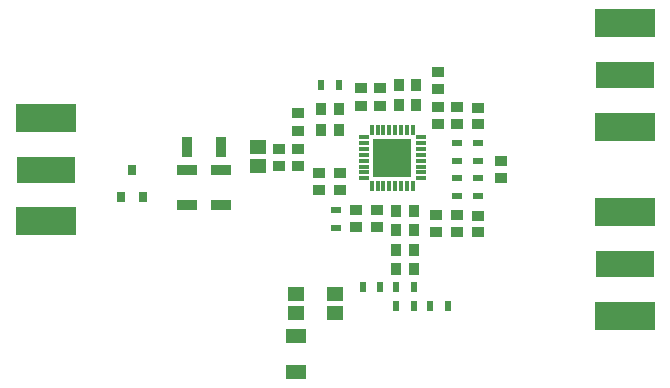
<source format=gtp>
G04*
G04 #@! TF.GenerationSoftware,Altium Limited,Altium Designer,18.1.9 (240)*
G04*
G04 Layer_Color=8421504*
%FSLAX25Y25*%
%MOIN*%
G70*
G01*
G75*
%ADD18R,0.02559X0.03740*%
%ADD19R,0.19685X0.09016*%
%ADD20R,0.20000X0.09508*%
%ADD21R,0.06693X0.03543*%
%ADD22R,0.03543X0.06693*%
%ADD23R,0.03937X0.03347*%
%ADD24R,0.03937X0.03543*%
%ADD25R,0.03543X0.02362*%
%ADD26R,0.03200X0.01200*%
%ADD27R,0.01200X0.03200*%
%ADD28R,0.12800X0.12800*%
%ADD29R,0.05512X0.05118*%
%ADD30R,0.03347X0.03937*%
%ADD31R,0.02362X0.03543*%
%ADD32R,0.07165X0.04724*%
D18*
X335827Y287205D02*
D03*
X339567Y278150D02*
D03*
X332087D02*
D03*
D19*
X307087Y287402D02*
D03*
X500000Y255906D02*
D03*
Y318898D02*
D03*
D20*
X307087Y270148D02*
D03*
Y304658D02*
D03*
X500000Y238650D02*
D03*
Y273160D02*
D03*
Y336152D02*
D03*
Y301642D02*
D03*
D21*
X354023Y287106D02*
D03*
Y275689D02*
D03*
X365441Y287106D02*
D03*
Y275689D02*
D03*
D22*
Y294980D02*
D03*
X354023D02*
D03*
D23*
X391240Y294390D02*
D03*
Y288681D02*
D03*
X444193Y266536D02*
D03*
Y272244D02*
D03*
Y308268D02*
D03*
Y302559D02*
D03*
X458662Y284547D02*
D03*
Y290256D02*
D03*
X405020Y286417D02*
D03*
Y280709D02*
D03*
X398130Y286417D02*
D03*
Y280709D02*
D03*
X384842Y294390D02*
D03*
Y288681D02*
D03*
X391240Y300394D02*
D03*
Y306102D02*
D03*
X412008Y314469D02*
D03*
Y308760D02*
D03*
X418488Y314469D02*
D03*
Y308760D02*
D03*
X437008Y272244D02*
D03*
Y266535D02*
D03*
X410433Y268110D02*
D03*
Y273819D02*
D03*
X417323Y268110D02*
D03*
Y273819D02*
D03*
X437894Y319882D02*
D03*
Y314173D02*
D03*
Y302559D02*
D03*
Y308268D02*
D03*
D24*
X451083Y302756D02*
D03*
Y308071D02*
D03*
Y272047D02*
D03*
Y266732D02*
D03*
D25*
X451083Y290256D02*
D03*
Y296161D02*
D03*
X444193Y278642D02*
D03*
Y284547D02*
D03*
Y296161D02*
D03*
Y290256D02*
D03*
X451083Y284547D02*
D03*
Y278642D02*
D03*
X403740Y268012D02*
D03*
Y273917D02*
D03*
D26*
X413139Y298239D02*
D03*
Y296239D02*
D03*
Y294339D02*
D03*
Y292339D02*
D03*
Y290339D02*
D03*
Y288339D02*
D03*
Y286439D02*
D03*
Y284439D02*
D03*
X431939D02*
D03*
Y286439D02*
D03*
Y288339D02*
D03*
Y290339D02*
D03*
Y292339D02*
D03*
Y294339D02*
D03*
Y296239D02*
D03*
Y298239D02*
D03*
D27*
X415639Y281939D02*
D03*
X417639D02*
D03*
X419539D02*
D03*
X421539D02*
D03*
X423539D02*
D03*
X425539D02*
D03*
X427439D02*
D03*
X429439D02*
D03*
Y300739D02*
D03*
X427439D02*
D03*
X425539D02*
D03*
X423539D02*
D03*
X421539D02*
D03*
X419539D02*
D03*
X417639D02*
D03*
X415639D02*
D03*
D28*
X422539Y291339D02*
D03*
D29*
X377658Y294980D02*
D03*
Y288681D02*
D03*
X390354Y239665D02*
D03*
Y245965D02*
D03*
X403563Y239665D02*
D03*
Y245965D02*
D03*
D30*
X404626Y300689D02*
D03*
X398917D02*
D03*
Y307579D02*
D03*
X404626D02*
D03*
X429626Y267224D02*
D03*
X423917D02*
D03*
Y273622D02*
D03*
X429626D02*
D03*
X424803Y309055D02*
D03*
X430512D02*
D03*
Y315453D02*
D03*
X424803D02*
D03*
X429626Y254331D02*
D03*
X423917D02*
D03*
X429626Y260728D02*
D03*
X423917D02*
D03*
D31*
X398819Y315748D02*
D03*
X404724D02*
D03*
X423819Y248130D02*
D03*
X429724D02*
D03*
X418504D02*
D03*
X412598D02*
D03*
X435236Y241831D02*
D03*
X441142D02*
D03*
X429823D02*
D03*
X423917D02*
D03*
D32*
X390354Y231890D02*
D03*
Y220039D02*
D03*
M02*

</source>
